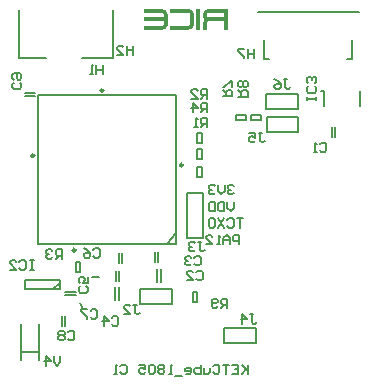
<source format=gbr>
%TF.GenerationSoftware,Altium Limited,Altium Designer,18.1.6 (161)*%
G04 Layer_Color=32896*
%FSLAX26Y26*%
%MOIN*%
%TF.FileFunction,Legend,Bot*%
%TF.Part,Single*%
G01*
G75*
%TA.AperFunction,NonConductor*%
%ADD23C,0.007874*%
%ADD52C,0.009842*%
%ADD53C,0.005906*%
%ADD54C,0.008000*%
%ADD55C,0.005000*%
G36*
X811000Y1170098D02*
X798110D01*
Y1226482D01*
X747138D01*
X745859Y1226383D01*
X744777Y1226186D01*
X743793Y1225891D01*
X743006Y1225498D01*
X742317Y1225006D01*
X741726Y1224514D01*
X741234Y1223923D01*
X740841Y1223333D01*
X740349Y1222152D01*
X740054Y1221168D01*
X739955Y1220774D01*
Y1220479D01*
Y1220282D01*
Y1220184D01*
Y1216445D01*
X740054Y1215461D01*
X740250Y1214575D01*
X740644Y1213788D01*
X741038Y1213198D01*
X741628Y1212607D01*
X742218Y1212115D01*
X743498Y1211426D01*
X744875Y1211033D01*
X746056Y1210836D01*
X746450Y1210738D01*
X794174D01*
Y1198044D01*
X747138D01*
X746056Y1197946D01*
X745170Y1197847D01*
X744285Y1197552D01*
X743596Y1197355D01*
X742907Y1197060D01*
X742514Y1196765D01*
X742218Y1196666D01*
X742120Y1196568D01*
X741431Y1195978D01*
X740841Y1195289D01*
X740447Y1194600D01*
X740250Y1193911D01*
X740054Y1193321D01*
X739955Y1192829D01*
Y1192435D01*
Y1192337D01*
Y1170098D01*
X726966D01*
Y1192435D01*
X727065Y1193616D01*
X727163Y1194895D01*
X727754Y1197060D01*
X728541Y1199126D01*
X729525Y1200898D01*
X730509Y1202374D01*
X730902Y1202964D01*
X731296Y1203456D01*
X731591Y1203948D01*
X731886Y1204243D01*
X731985Y1204342D01*
X732083Y1204440D01*
X731198Y1205424D01*
X730410Y1206506D01*
X729722Y1207490D01*
X729131Y1208573D01*
X728246Y1210639D01*
X727557Y1212509D01*
X727262Y1214083D01*
X727163Y1214772D01*
X727065Y1215362D01*
X726966Y1215854D01*
Y1216248D01*
Y1216445D01*
Y1216543D01*
Y1220184D01*
X727065Y1221660D01*
X727262Y1223136D01*
X727557Y1224415D01*
X727852Y1225694D01*
X728836Y1228056D01*
X729918Y1229926D01*
X730509Y1230811D01*
X731001Y1231500D01*
X731493Y1232090D01*
X731985Y1232582D01*
X732280Y1233074D01*
X732575Y1233370D01*
X732772Y1233468D01*
X732870Y1233566D01*
X733953Y1234452D01*
X735134Y1235338D01*
X736314Y1236026D01*
X737594Y1236617D01*
X739955Y1237502D01*
X742218Y1238093D01*
X743202Y1238388D01*
X744186Y1238486D01*
X744974Y1238585D01*
X745761Y1238683D01*
X746351Y1238782D01*
X811000D01*
Y1170098D01*
D02*
G37*
G36*
X717618D02*
X704630D01*
Y1238880D01*
X717618D01*
Y1170098D01*
D02*
G37*
G36*
X677865Y1238782D02*
X679242Y1238683D01*
X681899Y1237994D01*
X684261Y1237109D01*
X686327Y1236125D01*
X687213Y1235633D01*
X688000Y1235141D01*
X688689Y1234649D01*
X689279Y1234255D01*
X689771Y1233862D01*
X690066Y1233566D01*
X690263Y1233468D01*
X690362Y1233370D01*
X691444Y1232287D01*
X692330Y1231303D01*
X693215Y1230122D01*
X693904Y1229040D01*
X694494Y1227958D01*
X694986Y1226875D01*
X695675Y1224809D01*
X696167Y1223038D01*
X696266Y1222250D01*
X696364Y1221562D01*
X696462Y1221070D01*
Y1220578D01*
Y1220381D01*
Y1220282D01*
Y1188598D01*
X696364Y1187122D01*
X696167Y1185646D01*
X695872Y1184366D01*
X695577Y1183087D01*
X694593Y1180824D01*
X693510Y1178856D01*
X692920Y1178069D01*
X692428Y1177282D01*
X691936Y1176691D01*
X691444Y1176199D01*
X691149Y1175707D01*
X690854Y1175412D01*
X690657Y1175314D01*
X690558Y1175215D01*
X689378Y1174330D01*
X688295Y1173542D01*
X687016Y1172854D01*
X685835Y1172263D01*
X683474Y1171378D01*
X681210Y1170787D01*
X680226Y1170492D01*
X679341Y1170394D01*
X678455Y1170295D01*
X677766Y1170197D01*
X677176Y1170098D01*
X615873D01*
Y1182497D01*
X676389D01*
X677668Y1182595D01*
X678750Y1182792D01*
X679636Y1183087D01*
X680522Y1183481D01*
X681210Y1183874D01*
X681702Y1184465D01*
X682194Y1184957D01*
X682588Y1185547D01*
X683080Y1186630D01*
X683375Y1187614D01*
Y1188007D01*
X683474Y1188302D01*
Y1188499D01*
Y1188598D01*
Y1220282D01*
X683375Y1221168D01*
X683178Y1221955D01*
X682785Y1222742D01*
X682391Y1223333D01*
X681998Y1223923D01*
X681604Y1224317D01*
X681407Y1224514D01*
X681309Y1224612D01*
X680423Y1225301D01*
X679538Y1225793D01*
X678750Y1226088D01*
X677963Y1226383D01*
X677373Y1226482D01*
X676881Y1226580D01*
X615873D01*
Y1238880D01*
X676389D01*
X677865Y1238782D01*
D02*
G37*
G36*
X590387D02*
X591765Y1238683D01*
X594422Y1237994D01*
X596783Y1237109D01*
X598850Y1236125D01*
X599735Y1235633D01*
X600522Y1235141D01*
X601211Y1234649D01*
X601802Y1234255D01*
X602294Y1233862D01*
X602589Y1233566D01*
X602786Y1233468D01*
X602884Y1233370D01*
X603966Y1232287D01*
X604852Y1231303D01*
X605738Y1230122D01*
X606426Y1229040D01*
X607017Y1227958D01*
X607509Y1226875D01*
X608198Y1224809D01*
X608690Y1223038D01*
X608788Y1222250D01*
X608886Y1221562D01*
X608985Y1221070D01*
Y1220578D01*
Y1220381D01*
Y1220282D01*
Y1188598D01*
X608886Y1187122D01*
X608690Y1185646D01*
X608394Y1184366D01*
X608099Y1183087D01*
X607115Y1180824D01*
X606033Y1178856D01*
X605442Y1178069D01*
X604950Y1177282D01*
X604458Y1176691D01*
X603966Y1176199D01*
X603671Y1175707D01*
X603376Y1175412D01*
X603179Y1175314D01*
X603081Y1175215D01*
X601900Y1174330D01*
X600818Y1173542D01*
X599538Y1172854D01*
X598358Y1172263D01*
X595996Y1171378D01*
X593733Y1170787D01*
X592749Y1170492D01*
X591863Y1170394D01*
X590978Y1170295D01*
X590289Y1170197D01*
X589698Y1170098D01*
X528395D01*
Y1182497D01*
X588911D01*
X590190Y1182595D01*
X591273Y1182792D01*
X592158Y1183087D01*
X593044Y1183481D01*
X593733Y1183874D01*
X594225Y1184465D01*
X594717Y1184957D01*
X595110Y1185547D01*
X595602Y1186630D01*
X595898Y1187614D01*
Y1188007D01*
X595996Y1188302D01*
Y1188499D01*
Y1188598D01*
Y1198142D01*
X528395D01*
Y1210836D01*
X595996D01*
Y1220282D01*
X595898Y1221168D01*
X595701Y1221955D01*
X595307Y1222742D01*
X594914Y1223333D01*
X594520Y1223923D01*
X594126Y1224317D01*
X593930Y1224514D01*
X593831Y1224612D01*
X592946Y1225301D01*
X592060Y1225793D01*
X591273Y1226088D01*
X590486Y1226383D01*
X589895Y1226482D01*
X589403Y1226580D01*
X528395D01*
Y1238880D01*
X588911D01*
X590387Y1238782D01*
D02*
G37*
D23*
X1120000Y965000D02*
X1130945Y965000D01*
X1130945Y965000D01*
X1249055Y915000D02*
Y965000D01*
X1130945Y915000D02*
Y965000D01*
X425000Y1075000D02*
Y1235000D01*
X113000Y1075000D02*
Y1235000D01*
X316000Y258000D02*
X323000Y247000D01*
X355000Y344000D02*
X381000Y345000D01*
X324000Y1074000D02*
X425000Y1075000D01*
X113000D02*
X204000Y1074000D01*
X829126Y595360D02*
Y574369D01*
X818631Y563874D01*
X808135Y574369D01*
Y595360D01*
X797640D02*
Y563874D01*
X781897D01*
X776649Y569122D01*
Y590112D01*
X781897Y595360D01*
X797640D01*
X766154D02*
Y563874D01*
X750411D01*
X745164Y569122D01*
Y590112D01*
X750411Y595360D01*
X766154D01*
X808000Y242000D02*
Y273486D01*
X792257D01*
X787009Y268238D01*
Y257743D01*
X792257Y252495D01*
X808000D01*
X797505D02*
X787009Y242000D01*
X776514Y247248D02*
X771266Y242000D01*
X760771D01*
X755524Y247248D01*
Y268238D01*
X760771Y273486D01*
X771266D01*
X776514Y268238D01*
Y262991D01*
X771266Y257743D01*
X755524D01*
X1104486Y934000D02*
Y944495D01*
Y939248D01*
X1073000D01*
Y934000D01*
Y944495D01*
X1099238Y981229D02*
X1104486Y975981D01*
Y965486D01*
X1099238Y960238D01*
X1078248D01*
X1073000Y965486D01*
Y975981D01*
X1078248Y981229D01*
X1099238Y991724D02*
X1104486Y996972D01*
Y1007467D01*
X1099238Y1012715D01*
X1093991D01*
X1088743Y1007467D01*
Y1002220D01*
Y1007467D01*
X1083495Y1012715D01*
X1078248D01*
X1073000Y1007467D01*
Y996972D01*
X1078248Y991724D01*
X162000Y401486D02*
X151505D01*
X156752D01*
Y370000D01*
X162000D01*
X151505D01*
X114771Y396238D02*
X120019Y401486D01*
X130514D01*
X135762Y396238D01*
Y375248D01*
X130514Y370000D01*
X120019D01*
X114771Y375248D01*
X83285Y370000D02*
X104276D01*
X83285Y390991D01*
Y396238D01*
X88533Y401486D01*
X99028D01*
X104276Y396238D01*
X250000Y81486D02*
Y60495D01*
X239505Y50000D01*
X229009Y60495D01*
Y81486D01*
X202771Y50000D02*
Y81486D01*
X218514Y65743D01*
X197524D01*
X896000Y1105486D02*
Y1074000D01*
Y1089743D01*
X875009D01*
Y1105486D01*
Y1074000D01*
X864514Y1105486D02*
X843524D01*
Y1100238D01*
X864514Y1079248D01*
Y1074000D01*
X493000Y1116486D02*
Y1085000D01*
Y1100743D01*
X472009D01*
Y1116486D01*
Y1085000D01*
X440524D02*
X461514D01*
X440524Y1105991D01*
Y1111238D01*
X445771Y1116486D01*
X456266D01*
X461514Y1111238D01*
X392000Y1052486D02*
Y1021000D01*
Y1036743D01*
X371009D01*
Y1052486D01*
Y1021000D01*
X360514D02*
X350019D01*
X355266D01*
Y1052486D01*
X360514Y1047238D01*
X423009Y209238D02*
X428257Y214486D01*
X438752D01*
X444000Y209238D01*
Y188248D01*
X438752Y183000D01*
X428257D01*
X423009Y188248D01*
X396771Y183000D02*
Y214486D01*
X412514Y198743D01*
X391524D01*
X116238Y992991D02*
X121486Y987743D01*
Y977248D01*
X116238Y972000D01*
X95248D01*
X90000Y977248D01*
Y987743D01*
X95248Y992991D01*
Y1003486D02*
X90000Y1008734D01*
Y1019229D01*
X95248Y1024476D01*
X116238D01*
X121486Y1019229D01*
Y1008734D01*
X116238Y1003486D01*
X110991D01*
X105743Y1008734D01*
Y1024476D01*
X884009Y221486D02*
X894505D01*
X889257D01*
Y195248D01*
X894505Y190000D01*
X899752D01*
X905000Y195248D01*
X857771Y190000D02*
Y221486D01*
X873514Y205743D01*
X852524D01*
X912009Y825486D02*
X922505D01*
X917257D01*
Y799248D01*
X922505Y794000D01*
X927752D01*
X933000Y799248D01*
X880524Y825486D02*
X901514D01*
Y809743D01*
X891019Y814991D01*
X885771D01*
X880524Y809743D01*
Y799248D01*
X885771Y794000D01*
X896266D01*
X901514Y799248D01*
X996009Y1004486D02*
X1006505D01*
X1001257D01*
Y978248D01*
X1006505Y973000D01*
X1011752D01*
X1017000Y978248D01*
X964524Y1004486D02*
X975019Y999238D01*
X985514Y988743D01*
Y978248D01*
X980266Y973000D01*
X969771D01*
X964524Y978248D01*
Y983495D01*
X969771Y988743D01*
X985514D01*
X792918Y947874D02*
X824404D01*
Y963617D01*
X819157Y968865D01*
X808661D01*
X803414Y963617D01*
Y947874D01*
Y958369D02*
X792918Y968865D01*
X824404Y979360D02*
Y1000351D01*
X819157D01*
X798166Y979360D01*
X792918D01*
X843874Y946874D02*
X875360D01*
Y962617D01*
X870112Y967865D01*
X859617D01*
X854369Y962617D01*
Y946874D01*
Y957369D02*
X843874Y967865D01*
X870112Y978360D02*
X875360Y983608D01*
Y994103D01*
X870112Y999351D01*
X864865D01*
X859617Y994103D01*
X854369Y999351D01*
X849122D01*
X843874Y994103D01*
Y983608D01*
X849122Y978360D01*
X854369D01*
X859617Y983608D01*
X864865Y978360D01*
X870112D01*
X859617Y983608D02*
Y994103D01*
X711009Y462486D02*
X721505D01*
X716257D01*
Y436248D01*
X721505Y431000D01*
X726752D01*
X732000Y436248D01*
X700514Y457238D02*
X695266Y462486D01*
X684771D01*
X679524Y457238D01*
Y451991D01*
X684771Y446743D01*
X690019D01*
X684771D01*
X679524Y441495D01*
Y436248D01*
X684771Y431000D01*
X695266D01*
X700514Y436248D01*
X256000Y406000D02*
Y437486D01*
X240257D01*
X235009Y432238D01*
Y421743D01*
X240257Y416495D01*
X256000D01*
X245505D02*
X235009Y406000D01*
X224514Y432238D02*
X219266Y437486D01*
X208771D01*
X203524Y432238D01*
Y426991D01*
X208771Y421743D01*
X214019D01*
X208771D01*
X203524Y416495D01*
Y411248D01*
X208771Y406000D01*
X219266D01*
X224514Y411248D01*
X276009Y161238D02*
X281257Y166486D01*
X291752D01*
X297000Y161238D01*
Y140248D01*
X291752Y135000D01*
X281257D01*
X276009Y140248D01*
X265514Y161238D02*
X260266Y166486D01*
X249771D01*
X244524Y161238D01*
Y155991D01*
X249771Y150743D01*
X244524Y145495D01*
Y140248D01*
X249771Y135000D01*
X260266D01*
X265514Y140248D01*
Y145495D01*
X260266Y150743D01*
X265514Y155991D01*
Y161238D01*
X260266Y150743D02*
X249771D01*
X352009Y233238D02*
X357257Y238486D01*
X367752D01*
X373000Y233238D01*
Y212248D01*
X367752Y207000D01*
X357257D01*
X352009Y212248D01*
X341514Y238486D02*
X320524D01*
Y233238D01*
X341514Y212248D01*
Y207000D01*
X704009Y361238D02*
X709257Y366486D01*
X719752D01*
X725000Y361238D01*
Y340248D01*
X719752Y335000D01*
X709257D01*
X704009Y340248D01*
X672524Y335000D02*
X693514D01*
X672524Y355991D01*
Y361238D01*
X677771Y366486D01*
X688266D01*
X693514Y361238D01*
X698009Y410238D02*
X703257Y415486D01*
X713752D01*
X719000Y410238D01*
Y389248D01*
X713752Y384000D01*
X703257D01*
X698009Y389248D01*
X687514Y410238D02*
X682266Y415486D01*
X671771D01*
X666524Y410238D01*
Y404991D01*
X671771Y399743D01*
X677019D01*
X671771D01*
X666524Y394495D01*
Y389248D01*
X671771Y384000D01*
X682266D01*
X687514Y389248D01*
X338238Y313991D02*
X343486Y308743D01*
Y298248D01*
X338238Y293000D01*
X317248D01*
X312000Y298248D01*
Y308743D01*
X317248Y313991D01*
X343486Y345476D02*
Y324486D01*
X327743D01*
X332991Y334981D01*
Y340229D01*
X327743Y345476D01*
X317248D01*
X312000Y340229D01*
Y329734D01*
X317248Y324486D01*
X361009Y436238D02*
X366257Y441486D01*
X376752D01*
X382000Y436238D01*
Y415248D01*
X376752Y410000D01*
X366257D01*
X361009Y415248D01*
X329524Y441486D02*
X340019Y436238D01*
X350514Y425743D01*
Y415248D01*
X345266Y410000D01*
X334771D01*
X329524Y415248D01*
Y420495D01*
X334771Y425743D01*
X350514D01*
X740000Y844291D02*
Y875777D01*
X724257D01*
X719009Y870530D01*
Y860034D01*
X724257Y854787D01*
X740000D01*
X729505D02*
X719009Y844291D01*
X708514D02*
X698019D01*
X703266D01*
Y875777D01*
X708514Y870530D01*
X740000Y940000D02*
Y971486D01*
X724257D01*
X719009Y966238D01*
Y955743D01*
X724257Y950495D01*
X740000D01*
X729505D02*
X719009Y940000D01*
X687524D02*
X708514D01*
X687524Y960991D01*
Y966238D01*
X692771Y971486D01*
X703266D01*
X708514Y966238D01*
X740000Y894189D02*
Y925675D01*
X724257D01*
X719009Y920427D01*
Y909932D01*
X724257Y904684D01*
X740000D01*
X729505D02*
X719009Y894189D01*
X692771D02*
Y925675D01*
X708514Y909932D01*
X687524D01*
X494732Y252982D02*
X505228D01*
X499980D01*
Y226744D01*
X505228Y221496D01*
X510475D01*
X515723Y226744D01*
X463247Y221496D02*
X484237D01*
X463247Y242487D01*
Y247734D01*
X468494Y252982D01*
X478989D01*
X484237Y247734D01*
X1116009Y788238D02*
X1121257Y793486D01*
X1131752D01*
X1137000Y788238D01*
Y767248D01*
X1131752Y762000D01*
X1121257D01*
X1116009Y767248D01*
X1105514Y762000D02*
X1095019D01*
X1100266D01*
Y793486D01*
X1105514Y788238D01*
X876000Y53486D02*
Y22000D01*
Y32495D01*
X855009Y53486D01*
X870752Y37743D01*
X855009Y22000D01*
X823524Y53486D02*
X844514D01*
Y22000D01*
X823524D01*
X844514Y37743D02*
X834019D01*
X813028Y53486D02*
X792038D01*
X802533D01*
Y22000D01*
X760552Y48238D02*
X765799Y53486D01*
X776295D01*
X781542Y48238D01*
Y27248D01*
X776295Y22000D01*
X765799D01*
X760552Y27248D01*
X750056Y42991D02*
Y27248D01*
X744809Y22000D01*
X729066D01*
Y42991D01*
X718571Y53486D02*
Y22000D01*
X702827D01*
X697580Y27248D01*
Y32495D01*
Y37743D01*
X702827Y42991D01*
X718571D01*
X671342Y22000D02*
X681837D01*
X687085Y27248D01*
Y37743D01*
X681837Y42991D01*
X671342D01*
X666094Y37743D01*
Y32495D01*
X687085D01*
X655599Y16752D02*
X634608D01*
X624113Y22000D02*
X613617D01*
X618865D01*
Y53486D01*
X624113Y48238D01*
X597875D02*
X592627Y53486D01*
X582131D01*
X576884Y48238D01*
Y42991D01*
X582131Y37743D01*
X576884Y32495D01*
Y27248D01*
X582131Y22000D01*
X592627D01*
X597875Y27248D01*
Y32495D01*
X592627Y37743D01*
X597875Y42991D01*
Y48238D01*
X592627Y37743D02*
X582131D01*
X566389Y48238D02*
X561141Y53486D01*
X550646D01*
X545398Y48238D01*
Y27248D01*
X550646Y22000D01*
X561141D01*
X566389Y27248D01*
Y48238D01*
X513912Y53486D02*
X534903D01*
Y37743D01*
X524407Y42991D01*
X519160D01*
X513912Y37743D01*
Y27248D01*
X519160Y22000D01*
X529655D01*
X534903Y27248D01*
X450940Y48238D02*
X456188Y53486D01*
X466683D01*
X471931Y48238D01*
Y27248D01*
X466683Y22000D01*
X456188D01*
X450940Y27248D01*
X440445Y22000D02*
X429950D01*
X435197D01*
Y53486D01*
X440445Y48238D01*
X860622Y540486D02*
X839631D01*
X850127D01*
Y509000D01*
X808146Y535238D02*
X813393Y540486D01*
X823889D01*
X829136Y535238D01*
Y514248D01*
X823889Y509000D01*
X813393D01*
X808146Y514248D01*
X797650Y540486D02*
X776660Y509000D01*
Y540486D02*
X797650Y509000D01*
X750422Y540486D02*
X760917D01*
X766165Y535238D01*
Y514248D01*
X760917Y509000D01*
X750422D01*
X745174Y514248D01*
Y535238D01*
X750422Y540486D01*
X847000Y454000D02*
Y485486D01*
X831257D01*
X826009Y480238D01*
Y469743D01*
X831257Y464495D01*
X847000D01*
X815514Y454000D02*
Y474991D01*
X805019Y485486D01*
X794524Y474991D01*
Y454000D01*
Y469743D01*
X815514D01*
X784028Y454000D02*
X773533D01*
X778780D01*
Y485486D01*
X784028Y480238D01*
X736799Y454000D02*
X757790D01*
X736799Y474991D01*
Y480238D01*
X742047Y485486D01*
X752542D01*
X757790Y480238D01*
X830000Y647238D02*
X824752Y652486D01*
X814257D01*
X809009Y647238D01*
Y641991D01*
X814257Y636743D01*
X819505D01*
X814257D01*
X809009Y631495D01*
Y626248D01*
X814257Y621000D01*
X824752D01*
X830000Y626248D01*
X798514Y652486D02*
Y631495D01*
X788019Y621000D01*
X777524Y631495D01*
Y652486D01*
X767028Y647238D02*
X761780Y652486D01*
X751285D01*
X746038Y647238D01*
Y641991D01*
X751285Y636743D01*
X756533D01*
X751285D01*
X746038Y631495D01*
Y626248D01*
X751285Y621000D01*
X761780D01*
X767028Y626248D01*
D52*
X301415Y434840D02*
G03*
X301415Y434840I-4921J0D01*
G01*
X164604Y749801D02*
G03*
X164604Y749801I-4921J0D01*
G01*
X394919Y967320D02*
G03*
X394919Y967320I-4921J0D01*
G01*
X659683Y718304D02*
G03*
X659683Y718304I-4921J0D01*
G01*
D53*
X176415Y454525D02*
Y950588D01*
X637045D01*
Y454525D02*
Y950588D01*
X176415Y454525D02*
X637045D01*
X605549D02*
X637045Y492911D01*
X798000Y126000D02*
X902000D01*
X798000D02*
Y174000D01*
X902000D01*
Y126000D02*
Y174000D01*
X938977Y829873D02*
Y877873D01*
Y829873D02*
X1042977D01*
Y877873D01*
X938977D02*
X1042977D01*
X938000Y954000D02*
X1042000D01*
Y906000D02*
Y954000D01*
X938000Y906000D02*
X1042000D01*
X938000D02*
Y954000D01*
X672441Y475197D02*
X727559D01*
X672441D02*
Y624803D01*
X727559D01*
Y475197D02*
Y624803D01*
X622000Y256000D02*
Y304000D01*
X518000D02*
X622000D01*
X518000Y256000D02*
Y304000D01*
Y256000D02*
X622000D01*
D54*
X693000Y263000D02*
X707000D01*
Y297000D01*
X693000D02*
X707000D01*
X693000Y263000D02*
Y297000D01*
X249000Y306000D02*
Y336000D01*
X132000D02*
X249000D01*
X132000Y306000D02*
Y336000D01*
Y306000D02*
X249000D01*
X226000D02*
X228000D01*
X249000Y327000D01*
X120000Y70000D02*
Y190000D01*
X180000Y70000D02*
Y190000D01*
X120000Y96000D02*
X180000D01*
X433000Y269000D02*
Y311000D01*
X447000Y269000D02*
Y311000D01*
X134000Y960000D02*
X168000D01*
X134000Y950000D02*
X168000D01*
X836000Y884000D02*
X870000D01*
Y870000D02*
Y884000D01*
X836000Y870000D02*
Y884000D01*
Y870000D02*
X870000D01*
X886000Y884000D02*
X920000D01*
Y870000D02*
Y884000D01*
X886000Y870000D02*
Y884000D01*
Y870000D02*
X920000D01*
X303000Y363000D02*
X317000D01*
Y397000D01*
X303000D02*
X317000D01*
X303000Y363000D02*
Y397000D01*
X255000Y183000D02*
Y217000D01*
X265000Y183000D02*
Y217000D01*
X268000Y295000D02*
X302000D01*
X268000Y285000D02*
X302000D01*
X587000Y329000D02*
Y371000D01*
X573000Y329000D02*
Y371000D01*
X565000Y395000D02*
Y429000D01*
X575000Y395000D02*
Y429000D01*
X445000Y333000D02*
Y367000D01*
X435000Y333000D02*
Y367000D01*
X455000Y393000D02*
Y427000D01*
X445000Y393000D02*
Y427000D01*
X708000Y712000D02*
X722000D01*
X708000Y678000D02*
Y712000D01*
Y678000D02*
X722000D01*
Y712000D01*
X708000Y793000D02*
X722000D01*
Y827000D01*
X708000D02*
X722000D01*
X708000Y793000D02*
Y827000D01*
Y738000D02*
X722000D01*
Y772000D01*
X708000D02*
X722000D01*
X708000Y738000D02*
Y772000D01*
X1165000Y813000D02*
Y847000D01*
X1155000Y813000D02*
Y847000D01*
D55*
X929236Y1072638D02*
X946953D01*
X1206795D02*
X1224512D01*
Y1135630D01*
X910535Y1228347D02*
X1246165Y1228150D01*
X929236Y1072638D02*
Y1135630D01*
%TF.MD5,5c3987e893592a355fe231e8f876cea2*%
M02*

</source>
